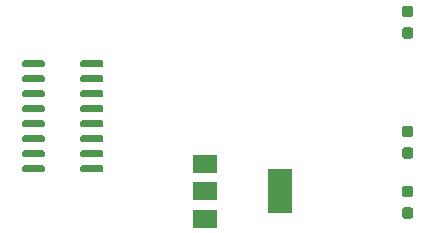
<source format=gbr>
%TF.GenerationSoftware,KiCad,Pcbnew,(5.1.7)-1*%
%TF.CreationDate,2020-12-05T19:57:28+01:00*%
%TF.ProjectId,WiFi-RC-Switch-Programmer,57694669-2d52-4432-9d53-77697463682d,rev?*%
%TF.SameCoordinates,Original*%
%TF.FileFunction,Paste,Top*%
%TF.FilePolarity,Positive*%
%FSLAX46Y46*%
G04 Gerber Fmt 4.6, Leading zero omitted, Abs format (unit mm)*
G04 Created by KiCad (PCBNEW (5.1.7)-1) date 2020-12-05 19:57:28*
%MOMM*%
%LPD*%
G01*
G04 APERTURE LIST*
%ADD10R,2.000000X3.800000*%
%ADD11R,2.000000X1.500000*%
G04 APERTURE END LIST*
%TO.C,R2*%
G36*
G01*
X153907500Y-95022500D02*
X153432500Y-95022500D01*
G75*
G02*
X153195000Y-94785000I0J237500D01*
G01*
X153195000Y-94285000D01*
G75*
G02*
X153432500Y-94047500I237500J0D01*
G01*
X153907500Y-94047500D01*
G75*
G02*
X154145000Y-94285000I0J-237500D01*
G01*
X154145000Y-94785000D01*
G75*
G02*
X153907500Y-95022500I-237500J0D01*
G01*
G37*
G36*
G01*
X153907500Y-93197500D02*
X153432500Y-93197500D01*
G75*
G02*
X153195000Y-92960000I0J237500D01*
G01*
X153195000Y-92460000D01*
G75*
G02*
X153432500Y-92222500I237500J0D01*
G01*
X153907500Y-92222500D01*
G75*
G02*
X154145000Y-92460000I0J-237500D01*
G01*
X154145000Y-92960000D01*
G75*
G02*
X153907500Y-93197500I-237500J0D01*
G01*
G37*
%TD*%
%TO.C,R4*%
G36*
G01*
X153907500Y-103357500D02*
X153432500Y-103357500D01*
G75*
G02*
X153195000Y-103120000I0J237500D01*
G01*
X153195000Y-102620000D01*
G75*
G02*
X153432500Y-102382500I237500J0D01*
G01*
X153907500Y-102382500D01*
G75*
G02*
X154145000Y-102620000I0J-237500D01*
G01*
X154145000Y-103120000D01*
G75*
G02*
X153907500Y-103357500I-237500J0D01*
G01*
G37*
G36*
G01*
X153907500Y-105182500D02*
X153432500Y-105182500D01*
G75*
G02*
X153195000Y-104945000I0J237500D01*
G01*
X153195000Y-104445000D01*
G75*
G02*
X153432500Y-104207500I237500J0D01*
G01*
X153907500Y-104207500D01*
G75*
G02*
X154145000Y-104445000I0J-237500D01*
G01*
X154145000Y-104945000D01*
G75*
G02*
X153907500Y-105182500I-237500J0D01*
G01*
G37*
%TD*%
%TO.C,R6*%
G36*
G01*
X153432500Y-107462500D02*
X153907500Y-107462500D01*
G75*
G02*
X154145000Y-107700000I0J-237500D01*
G01*
X154145000Y-108200000D01*
G75*
G02*
X153907500Y-108437500I-237500J0D01*
G01*
X153432500Y-108437500D01*
G75*
G02*
X153195000Y-108200000I0J237500D01*
G01*
X153195000Y-107700000D01*
G75*
G02*
X153432500Y-107462500I237500J0D01*
G01*
G37*
G36*
G01*
X153432500Y-109287500D02*
X153907500Y-109287500D01*
G75*
G02*
X154145000Y-109525000I0J-237500D01*
G01*
X154145000Y-110025000D01*
G75*
G02*
X153907500Y-110262500I-237500J0D01*
G01*
X153432500Y-110262500D01*
G75*
G02*
X153195000Y-110025000I0J237500D01*
G01*
X153195000Y-109525000D01*
G75*
G02*
X153432500Y-109287500I237500J0D01*
G01*
G37*
%TD*%
D10*
%TO.C,U1*%
X142850000Y-107950000D03*
D11*
X136550000Y-107950000D03*
X136550000Y-110250000D03*
X136550000Y-105650000D03*
%TD*%
%TO.C,U2*%
G36*
G01*
X127910000Y-105895000D02*
X127910000Y-106195000D01*
G75*
G02*
X127760000Y-106345000I-150000J0D01*
G01*
X126110000Y-106345000D01*
G75*
G02*
X125960000Y-106195000I0J150000D01*
G01*
X125960000Y-105895000D01*
G75*
G02*
X126110000Y-105745000I150000J0D01*
G01*
X127760000Y-105745000D01*
G75*
G02*
X127910000Y-105895000I0J-150000D01*
G01*
G37*
G36*
G01*
X127910000Y-104625000D02*
X127910000Y-104925000D01*
G75*
G02*
X127760000Y-105075000I-150000J0D01*
G01*
X126110000Y-105075000D01*
G75*
G02*
X125960000Y-104925000I0J150000D01*
G01*
X125960000Y-104625000D01*
G75*
G02*
X126110000Y-104475000I150000J0D01*
G01*
X127760000Y-104475000D01*
G75*
G02*
X127910000Y-104625000I0J-150000D01*
G01*
G37*
G36*
G01*
X127910000Y-103355000D02*
X127910000Y-103655000D01*
G75*
G02*
X127760000Y-103805000I-150000J0D01*
G01*
X126110000Y-103805000D01*
G75*
G02*
X125960000Y-103655000I0J150000D01*
G01*
X125960000Y-103355000D01*
G75*
G02*
X126110000Y-103205000I150000J0D01*
G01*
X127760000Y-103205000D01*
G75*
G02*
X127910000Y-103355000I0J-150000D01*
G01*
G37*
G36*
G01*
X127910000Y-102085000D02*
X127910000Y-102385000D01*
G75*
G02*
X127760000Y-102535000I-150000J0D01*
G01*
X126110000Y-102535000D01*
G75*
G02*
X125960000Y-102385000I0J150000D01*
G01*
X125960000Y-102085000D01*
G75*
G02*
X126110000Y-101935000I150000J0D01*
G01*
X127760000Y-101935000D01*
G75*
G02*
X127910000Y-102085000I0J-150000D01*
G01*
G37*
G36*
G01*
X127910000Y-100815000D02*
X127910000Y-101115000D01*
G75*
G02*
X127760000Y-101265000I-150000J0D01*
G01*
X126110000Y-101265000D01*
G75*
G02*
X125960000Y-101115000I0J150000D01*
G01*
X125960000Y-100815000D01*
G75*
G02*
X126110000Y-100665000I150000J0D01*
G01*
X127760000Y-100665000D01*
G75*
G02*
X127910000Y-100815000I0J-150000D01*
G01*
G37*
G36*
G01*
X127910000Y-99545000D02*
X127910000Y-99845000D01*
G75*
G02*
X127760000Y-99995000I-150000J0D01*
G01*
X126110000Y-99995000D01*
G75*
G02*
X125960000Y-99845000I0J150000D01*
G01*
X125960000Y-99545000D01*
G75*
G02*
X126110000Y-99395000I150000J0D01*
G01*
X127760000Y-99395000D01*
G75*
G02*
X127910000Y-99545000I0J-150000D01*
G01*
G37*
G36*
G01*
X127910000Y-98275000D02*
X127910000Y-98575000D01*
G75*
G02*
X127760000Y-98725000I-150000J0D01*
G01*
X126110000Y-98725000D01*
G75*
G02*
X125960000Y-98575000I0J150000D01*
G01*
X125960000Y-98275000D01*
G75*
G02*
X126110000Y-98125000I150000J0D01*
G01*
X127760000Y-98125000D01*
G75*
G02*
X127910000Y-98275000I0J-150000D01*
G01*
G37*
G36*
G01*
X127910000Y-97005000D02*
X127910000Y-97305000D01*
G75*
G02*
X127760000Y-97455000I-150000J0D01*
G01*
X126110000Y-97455000D01*
G75*
G02*
X125960000Y-97305000I0J150000D01*
G01*
X125960000Y-97005000D01*
G75*
G02*
X126110000Y-96855000I150000J0D01*
G01*
X127760000Y-96855000D01*
G75*
G02*
X127910000Y-97005000I0J-150000D01*
G01*
G37*
G36*
G01*
X122960000Y-97005000D02*
X122960000Y-97305000D01*
G75*
G02*
X122810000Y-97455000I-150000J0D01*
G01*
X121160000Y-97455000D01*
G75*
G02*
X121010000Y-97305000I0J150000D01*
G01*
X121010000Y-97005000D01*
G75*
G02*
X121160000Y-96855000I150000J0D01*
G01*
X122810000Y-96855000D01*
G75*
G02*
X122960000Y-97005000I0J-150000D01*
G01*
G37*
G36*
G01*
X122960000Y-98275000D02*
X122960000Y-98575000D01*
G75*
G02*
X122810000Y-98725000I-150000J0D01*
G01*
X121160000Y-98725000D01*
G75*
G02*
X121010000Y-98575000I0J150000D01*
G01*
X121010000Y-98275000D01*
G75*
G02*
X121160000Y-98125000I150000J0D01*
G01*
X122810000Y-98125000D01*
G75*
G02*
X122960000Y-98275000I0J-150000D01*
G01*
G37*
G36*
G01*
X122960000Y-99545000D02*
X122960000Y-99845000D01*
G75*
G02*
X122810000Y-99995000I-150000J0D01*
G01*
X121160000Y-99995000D01*
G75*
G02*
X121010000Y-99845000I0J150000D01*
G01*
X121010000Y-99545000D01*
G75*
G02*
X121160000Y-99395000I150000J0D01*
G01*
X122810000Y-99395000D01*
G75*
G02*
X122960000Y-99545000I0J-150000D01*
G01*
G37*
G36*
G01*
X122960000Y-100815000D02*
X122960000Y-101115000D01*
G75*
G02*
X122810000Y-101265000I-150000J0D01*
G01*
X121160000Y-101265000D01*
G75*
G02*
X121010000Y-101115000I0J150000D01*
G01*
X121010000Y-100815000D01*
G75*
G02*
X121160000Y-100665000I150000J0D01*
G01*
X122810000Y-100665000D01*
G75*
G02*
X122960000Y-100815000I0J-150000D01*
G01*
G37*
G36*
G01*
X122960000Y-102085000D02*
X122960000Y-102385000D01*
G75*
G02*
X122810000Y-102535000I-150000J0D01*
G01*
X121160000Y-102535000D01*
G75*
G02*
X121010000Y-102385000I0J150000D01*
G01*
X121010000Y-102085000D01*
G75*
G02*
X121160000Y-101935000I150000J0D01*
G01*
X122810000Y-101935000D01*
G75*
G02*
X122960000Y-102085000I0J-150000D01*
G01*
G37*
G36*
G01*
X122960000Y-103355000D02*
X122960000Y-103655000D01*
G75*
G02*
X122810000Y-103805000I-150000J0D01*
G01*
X121160000Y-103805000D01*
G75*
G02*
X121010000Y-103655000I0J150000D01*
G01*
X121010000Y-103355000D01*
G75*
G02*
X121160000Y-103205000I150000J0D01*
G01*
X122810000Y-103205000D01*
G75*
G02*
X122960000Y-103355000I0J-150000D01*
G01*
G37*
G36*
G01*
X122960000Y-104625000D02*
X122960000Y-104925000D01*
G75*
G02*
X122810000Y-105075000I-150000J0D01*
G01*
X121160000Y-105075000D01*
G75*
G02*
X121010000Y-104925000I0J150000D01*
G01*
X121010000Y-104625000D01*
G75*
G02*
X121160000Y-104475000I150000J0D01*
G01*
X122810000Y-104475000D01*
G75*
G02*
X122960000Y-104625000I0J-150000D01*
G01*
G37*
G36*
G01*
X122960000Y-105895000D02*
X122960000Y-106195000D01*
G75*
G02*
X122810000Y-106345000I-150000J0D01*
G01*
X121160000Y-106345000D01*
G75*
G02*
X121010000Y-106195000I0J150000D01*
G01*
X121010000Y-105895000D01*
G75*
G02*
X121160000Y-105745000I150000J0D01*
G01*
X122810000Y-105745000D01*
G75*
G02*
X122960000Y-105895000I0J-150000D01*
G01*
G37*
%TD*%
M02*

</source>
